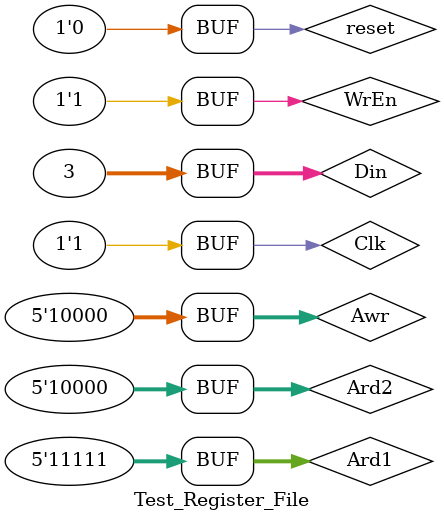
<source format=v>
`timescale 1ns / 1ps


module Test_Register_File;

	// Inputs
	reg [4:0] Ard1;
	reg [4:0] Ard2;
	reg [4:0] Awr;
	reg [31:0] Din;
	reg WrEn;
	reg Clk;
	reg reset;

	// Outputs
	wire [31:0] Dout1;
	wire [31:0] Dout2;
	//wire test;

	// Instantiate the Unit Under Test (UUT)
	Register_File uut (
		.Ard1(Ard1), 
		.Ard2(Ard2), 
		.Awr(Awr), 
		.Dout1(Dout1), 
		.Dout2(Dout2), 
		.Din(Din), 
		.WrEn(WrEn), 
		.Clk(Clk), 
		.reset(reset)
		//.test(test)
	);
always begin 
	Clk =0;
	#0.001;
	Clk = 1;
	#0.001;
	end
	initial begin
		// Initialize Inputs
		reset = 1;
		Din = 32'b11;
	   WrEn = 0;
		Awr = 5'b111111;
      Ard1 = 5'b11111;
		Ard2 = 5'b10000;
		#0.002;
		reset = 0;
		 WrEn = 1;
		#0.004;
		Awr = 5'b10000;
		
		/*reset = 1;
		Din = 32'b11;
	   WrEn = 0;
		Awr = 5'b11111;
      Ard1 = 5'b11111;
		Ard2 = 5'b11111;
		#0.002;
		reset =0;
	   WrEn = 1;
		Awr = 5'b11111;
      Ard1 = 5'b11111;
		Ard2 = 5'b11111;
		#0.002;
		Awr = 5'b0;
      Ard1 = 5'b0;
		Ard2 = 5'b11111;
		#0.002;
		Awr = 5'b10;
      Ard1 = 5'b10;
		Ard2 = 5'b100;
		Din = 32'b11;
		#0.002;
		reset =1;
		Ard1 = 5'b1;
		Ard2 = 5'b10;
		#0.002;
		reset = 0;
				Din = 32'b11111111111111;

		Awr = 5'b100;
		Ard1 = 5'b11;
		Ard2 = 5'b100;
		#0.002;
		Ard1 = 5'b11101;
		Ard2 = 5'b11111;
		#0.0012;
		/*
		Ard1 = 5'b111;
		Ard2 = 5'b1000;
		#0.001;
		Ard1 = 5'b1001;
		Ard2 = 5'b1010;
		#0.001;
		Ard1 = 5'b1011;
		Ard2 = 5'b1100;
		#0.001;
		Ard1 = 5'b1101;
		Ard2 = 5'b1110;
		#0.001;
		Ard1 = 5'b1111;
		Ard2 = 5'b10000;
		#0.001;
		Ard1 = 5'b10001;
		Ard2 = 5'b10010;
		#0.001;
		Ard1 = 5'b10011;
		Ard2 = 5'b10100;
		#0.001;
		Ard1 = 5'b10101;
		Ard2 = 5'b10110;
		#0.001;
		Ard1 = 5'b10110;
		Ard2 = 5'b10111;
		#0.001;
		Ard1 = 5'b11000;
		Ard2 = 5'b11001;
		#0.001;
		Ard1 = 5'b11001;
		Ard2 = 5'b11010;
		#0.001;
		Ard1 = 5'b11011;
		Ard2 = 5'b11100;
		#0.001;
		Ard1 = 5'b11101;
		Ard2 = 5'b11110;
		#0.001;
		*/
		
        
		// Add stimulus here

	end
      

      
endmodule


</source>
